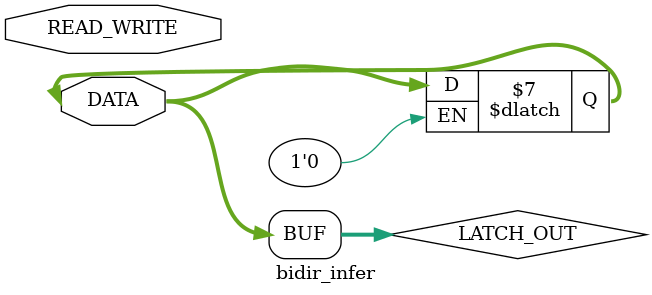
<source format=v>
`timescale 1ns / 1ps
module bidir_infer(
	input READ_WRITE,
   inout [1:0] DATA
   );
	 
	reg [1:0] LATCH_OUT;
	
	always @ (READ_WRITE or DATA)
	begin
		if (READ_WRITE == 1) // input
			LATCH_OUT <= DATA;
	end
	
	// if true read, if false write DATA = LATCH_OUT
	assign DATA = (READ_WRITE == 1) ? 2'bZ : LATCH_OUT;
	
endmodule

</source>
